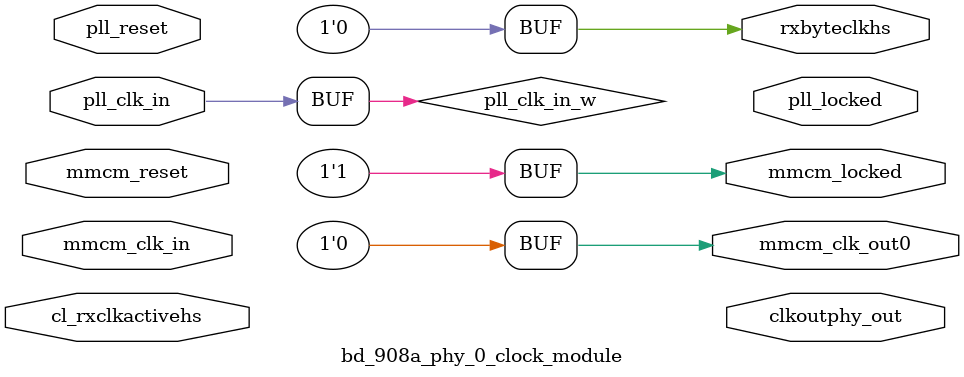
<source format=v>

`timescale 1ps/1ps

(* DowngradeIPIdentifiedWarnings="yes" *)
module bd_908a_phy_0_clock_module
#(
   parameter C_DPHY_LANES = 2,
   parameter MTBF_SYNC_STAGES = 3,
   parameter C_HS_LINE_RATE = 1000,
   parameter C_STABLE_CLK_PERIOD = 10,
   parameter C_TXPLL_CLKIN_PERIOD = 8.0,
   parameter EN_DPHY_IO = 1
   )
   (
       input               mmcm_clk_in,
       output              mmcm_clk_out0,
       input               cl_rxclkactivehs,
       output              rxbyteclkhs,
       input               pll_clk_in,
       output              clkoutphy_out,
       output              pll_locked,
       input               pll_reset,
       output              mmcm_locked,
       input               mmcm_reset
   );

   wire               pll_clk_in_w;
   wire               pll_locked_w;
   wire               pll_locked_sync;
   reg                clkoutphy_en;
   reg  [7:0]         clkoutphy_en_cntr;


assign  rxbyteclkhs   = 1'b0;
assign  mmcm_locked   = 1'b1;
assign  mmcm_clk_out0 = 1'b0;
assign  pll_clk_in_w  = pll_clk_in;

   //TXPLL Attributes for 1500 MHz CLKOUTPHY
   localparam  C_TXPLL_CLKIN_PERIOD_T   = 5.000;
   localparam  C_TXPLL_CLKOUTPHY_MODE   = "VCO";
   localparam  C_PLL_DIVCLK_DIVIDE      = 2;
   localparam  C_TXPLL_CLKFBOUT_MULT    = 15;
   localparam  C_TXPLL_CLKOUT0_DIVIDE   = 8;
   localparam  C_TXPLL_CLKOUT1_DIVIDE   = 8;



endmodule

</source>
